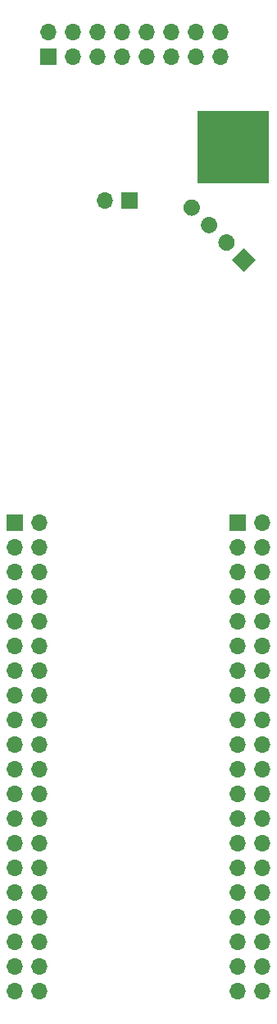
<source format=gbr>
%TF.GenerationSoftware,KiCad,Pcbnew,5.1.9+dfsg1-1*%
%TF.CreationDate,2021-03-03T14:05:15+01:00*%
%TF.ProjectId,rootcore,726f6f74-636f-4726-952e-6b696361645f,rev?*%
%TF.SameCoordinates,Original*%
%TF.FileFunction,Soldermask,Bot*%
%TF.FilePolarity,Negative*%
%FSLAX46Y46*%
G04 Gerber Fmt 4.6, Leading zero omitted, Abs format (unit mm)*
G04 Created by KiCad (PCBNEW 5.1.9+dfsg1-1) date 2021-03-03 14:05:15*
%MOMM*%
%LPD*%
G01*
G04 APERTURE LIST*
%ADD10C,0.100000*%
%ADD11R,1.700000X1.700000*%
%ADD12O,1.700000X1.700000*%
G04 APERTURE END LIST*
D10*
G36*
X48650000Y-45450000D02*
G01*
X41400000Y-45450000D01*
X41400000Y-38050000D01*
X48650000Y-38050000D01*
X48650000Y-45450000D01*
G37*
X48650000Y-45450000D02*
X41400000Y-45450000D01*
X41400000Y-38050000D01*
X48650000Y-38050000D01*
X48650000Y-45450000D01*
D11*
%TO.C,J3*%
X26000000Y-32500000D03*
D12*
X26000000Y-29960000D03*
X28540000Y-32500000D03*
X28540000Y-29960000D03*
X31080000Y-32500000D03*
X31080000Y-29960000D03*
X33620000Y-32500000D03*
X33620000Y-29960000D03*
X36160000Y-32500000D03*
X36160000Y-29960000D03*
X38700000Y-32500000D03*
X38700000Y-29960000D03*
X41240000Y-32500000D03*
X41240000Y-29960000D03*
X43780000Y-32500000D03*
X43780000Y-29960000D03*
%TD*%
D11*
%TO.C,J1*%
X45500000Y-80500000D03*
D12*
X48040000Y-80500000D03*
X45500000Y-83040000D03*
X48040000Y-83040000D03*
X45500000Y-85580000D03*
X48040000Y-85580000D03*
X45500000Y-88120000D03*
X48040000Y-88120000D03*
X45500000Y-90660000D03*
X48040000Y-90660000D03*
X45500000Y-93200000D03*
X48040000Y-93200000D03*
X45500000Y-95740000D03*
X48040000Y-95740000D03*
X45500000Y-98280000D03*
X48040000Y-98280000D03*
X45500000Y-100820000D03*
X48040000Y-100820000D03*
X45500000Y-103360000D03*
X48040000Y-103360000D03*
X45500000Y-105900000D03*
X48040000Y-105900000D03*
X45500000Y-108440000D03*
X48040000Y-108440000D03*
X45500000Y-110980000D03*
X48040000Y-110980000D03*
X45500000Y-113520000D03*
X48040000Y-113520000D03*
X45500000Y-116060000D03*
X48040000Y-116060000D03*
X45500000Y-118600000D03*
X48040000Y-118600000D03*
X45500000Y-121140000D03*
X48040000Y-121140000D03*
X45500000Y-123680000D03*
X48040000Y-123680000D03*
X45500000Y-126220000D03*
X48040000Y-126220000D03*
X45500000Y-128760000D03*
X48040000Y-128760000D03*
%TD*%
D11*
%TO.C,J2*%
X22500000Y-80500000D03*
D12*
X25040000Y-80500000D03*
X22500000Y-83040000D03*
X25040000Y-83040000D03*
X22500000Y-85580000D03*
X25040000Y-85580000D03*
X22500000Y-88120000D03*
X25040000Y-88120000D03*
X22500000Y-90660000D03*
X25040000Y-90660000D03*
X22500000Y-93200000D03*
X25040000Y-93200000D03*
X22500000Y-95740000D03*
X25040000Y-95740000D03*
X22500000Y-98280000D03*
X25040000Y-98280000D03*
X22500000Y-100820000D03*
X25040000Y-100820000D03*
X22500000Y-103360000D03*
X25040000Y-103360000D03*
X22500000Y-105900000D03*
X25040000Y-105900000D03*
X22500000Y-108440000D03*
X25040000Y-108440000D03*
X22500000Y-110980000D03*
X25040000Y-110980000D03*
X22500000Y-113520000D03*
X25040000Y-113520000D03*
X22500000Y-116060000D03*
X25040000Y-116060000D03*
X22500000Y-118600000D03*
X25040000Y-118600000D03*
X22500000Y-121140000D03*
X25040000Y-121140000D03*
X22500000Y-123680000D03*
X25040000Y-123680000D03*
X22500000Y-126220000D03*
X25040000Y-126220000D03*
X22500000Y-128760000D03*
X25040000Y-128760000D03*
%TD*%
%TO.C,J5*%
X31810000Y-47250000D03*
D11*
X34350000Y-47250000D03*
%TD*%
D10*
%TO.C,J4*%
G36*
X46160000Y-52207918D02*
G01*
X47362082Y-53410000D01*
X46160000Y-54612082D01*
X44957918Y-53410000D01*
X46160000Y-52207918D01*
G37*
G36*
G01*
X44964990Y-51012908D02*
X44964990Y-51012908D01*
G75*
G02*
X44964990Y-52214990I-601041J-601041D01*
G01*
X44964990Y-52214990D01*
G75*
G02*
X43762908Y-52214990I-601041J601041D01*
G01*
X43762908Y-52214990D01*
G75*
G02*
X43762908Y-51012908I601041J601041D01*
G01*
X43762908Y-51012908D01*
G75*
G02*
X44964990Y-51012908I601041J-601041D01*
G01*
G37*
G36*
G01*
X43168939Y-49216857D02*
X43168939Y-49216857D01*
G75*
G02*
X43168939Y-50418939I-601041J-601041D01*
G01*
X43168939Y-50418939D01*
G75*
G02*
X41966857Y-50418939I-601041J601041D01*
G01*
X41966857Y-50418939D01*
G75*
G02*
X41966857Y-49216857I601041J601041D01*
G01*
X41966857Y-49216857D01*
G75*
G02*
X43168939Y-49216857I601041J-601041D01*
G01*
G37*
G36*
G01*
X41372887Y-47420805D02*
X41372887Y-47420805D01*
G75*
G02*
X41372887Y-48622887I-601041J-601041D01*
G01*
X41372887Y-48622887D01*
G75*
G02*
X40170805Y-48622887I-601041J601041D01*
G01*
X40170805Y-48622887D01*
G75*
G02*
X40170805Y-47420805I601041J601041D01*
G01*
X40170805Y-47420805D01*
G75*
G02*
X41372887Y-47420805I601041J-601041D01*
G01*
G37*
%TD*%
M02*

</source>
